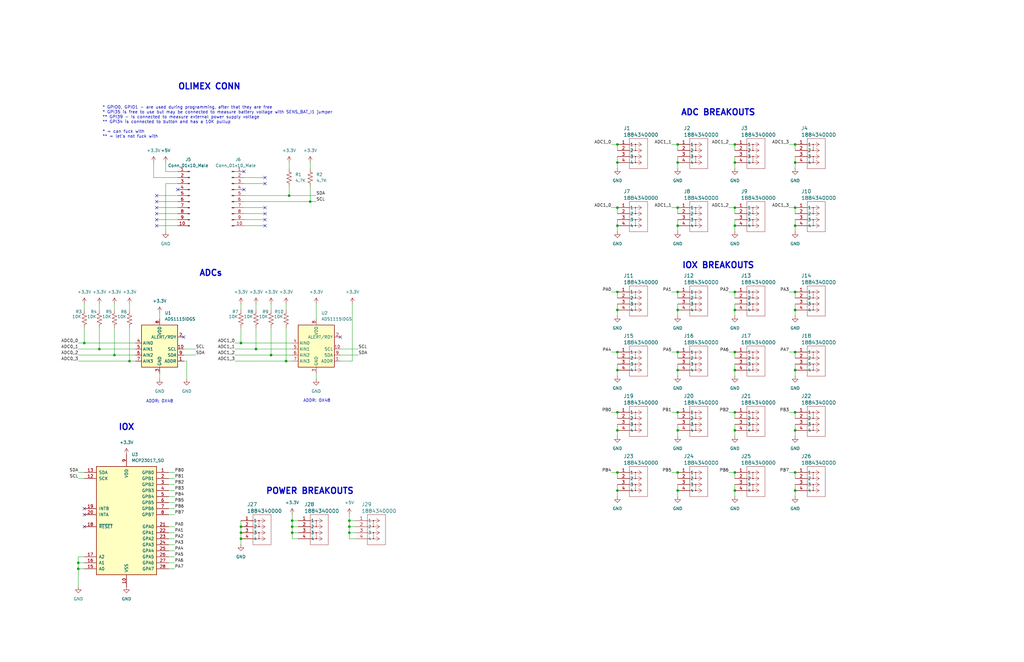
<source format=kicad_sch>
(kicad_sch (version 20250114) (generator "eeschema") (generator_version "9.0")
  (paper "B")
  (title_block (title "Home Security PWA") (date "2026-02-07") (rev "A") (company "Analog Bellwick"))
  (lib_symbols
    (symbol "+3.3V_1" (power) (pin_numbers (hide yes)) (pin_names (offset 0) (hide yes))
      (property "Value" "+3.3V" (at 0 3.556 0))
      (symbol "+3.3V_1_1_1"
        (pin power_in line (at 0 0 90) (length 0) (name "~") (number "1"))
      )
    )
    (symbol "1884340000:1884340000" (pin_names (offset 0.254))
      (property "Reference" "J" (at 8.89 6.35 0))
      (property "Value" "1884340000" (at 0 0 0))
      (symbol "1884340000_0_1"
        (pin unspecified line (at 0 0 0) (length 5.08) (name "1") (number "1"))
        (pin unspecified line (at 0 -2.54 0) (length 5.08) (name "2") (number "2"))
        (pin unspecified line (at 0 -5.08 0) (length 5.08) (name "3") (number "3"))
        (pin unspecified line (at 0 -7.62 0) (length 5.08) (name "4") (number "4"))
      )
    )
    (symbol "Analog_ADC:ADS1115IDGS"
      (property "Reference" "U" (at 2.54 13.97 0))
      (property "Value" "ADS1115IDGS" (at 7.62 11.43 0))
      (symbol "ADS1115IDGS_1_1"
        (pin input line (at -10.16 2.54 0) (length 2.54) (name "AIN0") (number "4"))
        (pin input line (at -10.16 0 0) (length 2.54) (name "AIN1") (number "5"))
        (pin input line (at -10.16 -2.54 0) (length 2.54) (name "AIN2") (number "6"))
        (pin input line (at -10.16 -5.08 0) (length 2.54) (name "AIN3") (number "7"))
        (pin power_in line (at 0 12.7 270) (length 2.54) (name "VDD") (number "8"))
        (pin power_in line (at 0 -10.16 90) (length 2.54) (name "GND") (number "3"))
        (pin output line (at 10.16 5.08 180) (length 2.54) (name "ALERT/RDY") (number "2"))
        (pin input line (at 10.16 0 180) (length 2.54) (name "SCL") (number "10"))
        (pin bidirectional line (at 10.16 -2.54 180) (length 2.54) (name "SDA") (number "9"))
        (pin input line (at 10.16 -5.08 180) (length 2.54) (name "ADDR") (number "1"))
      )
    )
    (symbol "Connector:Conn_01x10_Male" (pin_names (offset 1.016) (hide yes))
      (property "Reference" "J" (at 0 12.7 0))
      (property "Value" "Conn_01x10_Male" (at 0 -15.24 0))
      (symbol "Conn_01x10_Male_1_1"
        (pin passive line (at 5.08 10.16 180) (length 3.81) (name "Pin_1") (number "1"))
        (pin passive line (at 5.08 7.62 180) (length 3.81) (name "Pin_2") (number "2"))
        (pin passive line (at 5.08 5.08 180) (length 3.81) (name "Pin_3") (number "3"))
        (pin passive line (at 5.08 2.54 180) (length 3.81) (name "Pin_4") (number "4"))
        (pin passive line (at 5.08 0 180) (length 3.81) (name "Pin_5") (number "5"))
        (pin passive line (at 5.08 -2.54 180) (length 3.81) (name "Pin_6") (number "6"))
        (pin passive line (at 5.08 -5.08 180) (length 3.81) (name "Pin_7") (number "7"))
        (pin passive line (at 5.08 -7.62 180) (length 3.81) (name "Pin_8") (number "8"))
        (pin passive line (at 5.08 -10.16 180) (length 3.81) (name "Pin_9") (number "9"))
        (pin passive line (at 5.08 -12.7 180) (length 3.81) (name "Pin_10") (number "10"))
      )
    )
    (symbol "Device:R_US" (pin_numbers (hide yes)) (pin_names (offset 0))
      (property "Reference" "R" (at 2.54 0 90))
      (property "Value" "R_US" (at -2.54 0 90))
      (symbol "R_US_1_1"
        (pin passive line (at 0 3.81 270) (length 1.27) (name "~") (number "1"))
        (pin passive line (at 0 -3.81 90) (length 1.27) (name "~") (number "2"))
      )
    )
    (symbol "GND_1" (power) (pin_numbers (hide yes)) (pin_names (offset 0) (hide yes))
      (property "Value" "GND" (at 0 -3.81 0))
      (symbol "GND_1_1_1"
        (pin power_in line (at 0 0 270) (length 0) (name "~") (number "1"))
      )
    )
    (symbol "GND_2" (power) (pin_numbers (hide yes)) (pin_names (offset 0) (hide yes))
      (property "Value" "GND" (at 0 -3.81 0))
      (symbol "GND_2_1_1"
        (pin power_in line (at 0 0 270) (length 0) (name "~") (number "1"))
      )
    )
    (symbol "GND_3" (power) (pin_numbers (hide yes)) (pin_names (offset 0) (hide yes))
      (property "Value" "GND" (at 0 -3.81 0))
      (symbol "GND_3_1_1"
        (pin power_in line (at 0 0 270) (length 0) (name "~") (number "1"))
      )
    )
    (symbol "GND_4" (power) (pin_numbers (hide yes)) (pin_names (offset 0) (hide yes))
      (property "Value" "GND" (at 0 -3.81 0))
      (symbol "GND_4_1_1"
        (pin power_in line (at 0 0 270) (length 0) (name "~") (number "1"))
      )
    )
    (symbol "GND_5" (power) (pin_numbers (hide yes)) (pin_names (offset 0) (hide yes))
      (property "Value" "GND" (at 0 -3.81 0))
      (symbol "GND_5_1_1"
        (pin power_in line (at 0 0 270) (length 0) (name "~") (number "1"))
      )
    )
    (symbol "Interface_Expansion:MCP23017_SO" (pin_names (offset 1.016))
      (property "Reference" "U" (at -11.43 24.13 0))
      (property "Value" "MCP23017_SO" (at 0 0 0))
      (symbol "MCP23017_SO_1_1"
        (pin bidirectional line (at -17.78 20.32 0) (length 5.08) (name "SDA") (number "13"))
        (pin input line (at -17.78 17.78 0) (length 5.08) (name "SCK") (number "12"))
        (pin tri_state line (at -17.78 5.08 0) (length 5.08) (name "INTB") (number "19"))
        (pin tri_state line (at -17.78 2.54 0) (length 5.08) (name "INTA") (number "20"))
        (pin input line (at -17.78 -2.54 0) (length 5.08) (name "~{RESET}") (number "18"))
        (pin input line (at -17.78 -15.24 0) (length 5.08) (name "A2") (number "17"))
        (pin input line (at -17.78 -17.78 0) (length 5.08) (name "A1") (number "16"))
        (pin input line (at -17.78 -20.32 0) (length 5.08) (name "A0") (number "15"))
        (pin no_connect line (at -12.7 15.24 0) (length 5.08) (hide yes) (name "NC") (number "11"))
        (pin no_connect line (at -12.7 12.7 0) (length 5.08) (hide yes) (name "NC") (number "14"))
        (pin power_in line (at 0 27.94 270) (length 5.08) (name "VDD") (number "9"))
        (pin power_in line (at 0 -27.94 90) (length 5.08) (name "VSS") (number "10"))
        (pin bidirectional line (at 17.78 20.32 180) (length 5.08) (name "GPB0") (number "1"))
        (pin bidirectional line (at 17.78 17.78 180) (length 5.08) (name "GPB1") (number "2"))
        (pin bidirectional line (at 17.78 15.24 180) (length 5.08) (name "GPB2") (number "3"))
        (pin bidirectional line (at 17.78 12.7 180) (length 5.08) (name "GPB3") (number "4"))
        (pin bidirectional line (at 17.78 10.16 180) (length 5.08) (name "GPB4") (number "5"))
        (pin bidirectional line (at 17.78 7.62 180) (length 5.08) (name "GPB5") (number "6"))
        (pin bidirectional line (at 17.78 5.08 180) (length 5.08) (name "GPB6") (number "7"))
        (pin output line (at 17.78 2.54 180) (length 5.08) (name "GPB7") (number "8"))
        (pin bidirectional line (at 17.78 -2.54 180) (length 5.08) (name "GPA0") (number "21"))
        (pin bidirectional line (at 17.78 -5.08 180) (length 5.08) (name "GPA1") (number "22"))
        (pin bidirectional line (at 17.78 -7.62 180) (length 5.08) (name "GPA2") (number "23"))
        (pin bidirectional line (at 17.78 -10.16 180) (length 5.08) (name "GPA3") (number "24"))
        (pin bidirectional line (at 17.78 -12.7 180) (length 5.08) (name "GPA4") (number "25"))
        (pin bidirectional line (at 17.78 -15.24 180) (length 5.08) (name "GPA5") (number "26"))
        (pin bidirectional line (at 17.78 -17.78 180) (length 5.08) (name "GPA6") (number "27"))
        (pin output line (at 17.78 -20.32 180) (length 5.08) (name "GPA7") (number "28"))
      )
    )
    (symbol "power:+3.3V" (power) (pin_names (offset 0))
      (property "Value" "+3.3V" (at 0 3.556 0))
      (symbol "+3.3V_1_1"
        (pin power_in line (at 0 0 90) (length 0) (hide yes) (name "+3.3V") (number "1"))
      )
    )
    (symbol "power:+5V" (power) (pin_names (offset 0))
      (property "Value" "+5V" (at 0 3.556 0))
      (symbol "+5V_1_1"
        (pin power_in line (at 0 0 90) (length 0) (hide yes) (name "+5V") (number "1"))
      )
    )
    (symbol "power:GND" (power) (pin_names (offset 0))
      (property "Value" "GND" (at 0 -3.81 0))
      (symbol "GND_1_1"
        (pin power_in line (at 0 0 270) (length 0) (hide yes) (name "GND") (number "1"))
      )
    )
  )
  (text "ADC BREAKOUTS" (at 287.02 49.022 0) (effects (font (size 2.54 2.54) (thickness 0.508) (bold yes)) (justify left bottom)))
  (text "IOX" (at 53.34 180.34 0) (effects (font (size 2.54 2.54) (thickness 0.508) (bold yes))))
  (text "ADDR: 0X48" (at 67.31 169.418 0) (effects (font (size 1.27 1.27))))
  (text "IOX BREAKOUTS" (at 287.528 113.538 0) (effects (font (size 2.54 2.54) (thickness 0.508) (bold yes)) (justify left bottom)))
  (text "OLIMEX CONN" (at 74.93 38.1 0) (effects (font (size 2.54 2.54) (thickness 0.508) (bold yes)) (justify left bottom)))
  (text "POWER BREAKOUTS" (at 112.014 208.788 0) (effects (font (size 2.54 2.54) (thickness 0.508) (bold yes)) (justify left bottom)))
  (text "ADCs" (at 88.9 115.316 0) (effects (font (size 2.54 2.54) (thickness 0.508) (bold yes))))
  (text "ADDR: 0X48" (at 133.604 169.164 0) (effects (font (size 1.27 1.27))))
  (text "* GPIO0, GPIO1 - are used during programming, after that they are free\n* GPI35 is free to use but may be connected to measure battery voltage with SENS_BAT_I1 jumper\n** GPI39 - is connected to measure external power supply voltage\n** GPI34 is connected to button and has a 10K pullup\n\n* = can fuck with\n** = let's not fuck with" (at 43.18 58.42 0) (effects (font (size 1.27 1.27)) (justify left bottom)))
  (junction (at 309.88 156.21))
  (junction (at 285.75 199.39))
  (junction (at 147.32 224.79))
  (junction (at 309.88 199.39))
  (junction (at 285.75 87.63))
  (junction (at 260.35 123.19))
  (junction (at 309.88 130.81))
  (junction (at 147.32 222.25))
  (junction (at 260.35 87.63))
  (junction (at 285.75 68.58))
  (junction (at 121.92 82.55))
  (junction (at 260.35 173.99))
  (junction (at 309.88 123.19))
  (junction (at 309.88 68.58))
  (junction (at 48.26 149.86))
  (junction (at 335.28 173.99))
  (junction (at 335.28 130.81))
  (junction (at 309.88 148.59))
  (junction (at 309.88 60.96))
  (junction (at 114.3 149.86))
  (junction (at 33.02 237.49))
  (junction (at 54.61 152.4))
  (junction (at 285.75 207.01))
  (junction (at 285.75 60.96))
  (junction (at 260.35 199.39))
  (junction (at 260.35 130.81))
  (junction (at 285.75 156.21))
  (junction (at 107.95 147.32))
  (junction (at 285.75 130.81))
  (junction (at 101.6 224.79))
  (junction (at 260.35 60.96))
  (junction (at 260.35 95.25))
  (junction (at 260.35 148.59))
  (junction (at 120.65 152.4))
  (junction (at 309.88 173.99))
  (junction (at 309.88 207.01))
  (junction (at 335.28 87.63))
  (junction (at 147.32 219.71))
  (junction (at 123.19 219.71))
  (junction (at 35.56 144.78))
  (junction (at 41.91 147.32))
  (junction (at 285.75 173.99))
  (junction (at 335.28 181.61))
  (junction (at 123.19 224.79))
  (junction (at 260.35 156.21))
  (junction (at 309.88 95.25))
  (junction (at 335.28 156.21))
  (junction (at 335.28 199.39))
  (junction (at 335.28 95.25))
  (junction (at 309.88 181.61))
  (junction (at 335.28 123.19))
  (junction (at 285.75 181.61))
  (junction (at 335.28 148.59))
  (junction (at 335.28 60.96))
  (junction (at 33.02 240.03))
  (junction (at 101.6 144.78))
  (junction (at 260.35 68.58))
  (junction (at 335.28 207.01))
  (junction (at 285.75 123.19))
  (junction (at 335.28 68.58))
  (junction (at 260.35 207.01))
  (junction (at 101.6 222.25))
  (junction (at 285.75 95.25))
  (junction (at 309.88 87.63))
  (junction (at 285.75 148.59))
  (junction (at 130.81 85.09))
  (junction (at 101.6 227.33))
  (junction (at 260.35 181.61))
  (junction (at 123.19 222.25))
  (no_connect (at 111.76 90.17))
  (no_connect (at 74.93 80.01))
  (no_connect (at 66.04 85.09))
  (no_connect (at 111.76 74.93))
  (no_connect (at 35.56 222.25))
  (no_connect (at 111.76 92.71))
  (no_connect (at 143.51 142.24))
  (no_connect (at 66.04 87.63))
  (no_connect (at 111.76 77.47))
  (no_connect (at 77.47 142.24))
  (no_connect (at 35.56 214.63))
  (no_connect (at 102.87 72.39))
  (no_connect (at 66.04 92.71))
  (no_connect (at 102.87 80.01))
  (no_connect (at 66.04 82.55))
  (no_connect (at 66.04 90.17))
  (no_connect (at 111.76 95.25))
  (no_connect (at 111.76 87.63))
  (no_connect (at 35.56 217.17))
  (no_connect (at 66.04 95.25))
  (wire (pts (xy 77.47 147.32) (xy 82.55 147.32)))
  (wire (pts (xy 260.35 173.99) (xy 260.35 176.53)))
  (wire (pts (xy 35.56 234.95) (xy 33.02 234.95)))
  (wire (pts (xy 33.02 240.03) (xy 33.02 247.65)))
  (wire (pts (xy 41.91 128.27) (xy 41.91 130.81)))
  (wire (pts (xy 283.21 173.99) (xy 285.75 173.99)))
  (wire (pts (xy 120.65 128.27) (xy 120.65 130.81)))
  (wire (pts (xy 71.12 209.55) (xy 73.66 209.55)))
  (wire (pts (xy 309.88 130.81) (xy 309.88 133.35)))
  (wire (pts (xy 285.75 207.01) (xy 285.75 209.55)))
  (wire (pts (xy 335.28 60.96) (xy 335.28 63.5)))
  (wire (pts (xy 309.88 181.61) (xy 309.88 184.15)))
  (wire (pts (xy 133.35 128.27) (xy 133.35 134.62)))
  (wire (pts (xy 67.31 132.08) (xy 67.31 134.62)))
  (wire (pts (xy 149.86 219.71) (xy 147.32 219.71)))
  (wire (pts (xy 309.88 60.96) (xy 309.88 63.5)))
  (wire (pts (xy 283.21 60.96) (xy 285.75 60.96)))
  (wire (pts (xy 101.6 224.79) (xy 101.6 227.33)))
  (wire (pts (xy 257.81 148.59) (xy 260.35 148.59)))
  (wire (pts (xy 257.81 123.19) (xy 260.35 123.19)))
  (wire (pts (xy 147.32 224.79) (xy 149.86 224.79)))
  (wire (pts (xy 71.12 229.87) (xy 73.66 229.87)))
  (wire (pts (xy 283.21 148.59) (xy 285.75 148.59)))
  (wire (pts (xy 107.95 147.32) (xy 123.19 147.32)))
  (wire (pts (xy 121.92 78.74) (xy 121.92 82.55)))
  (wire (pts (xy 71.12 207.01) (xy 73.66 207.01)))
  (wire (pts (xy 260.35 95.25) (xy 260.35 97.79)))
  (wire (pts (xy 77.47 149.86) (xy 82.55 149.86)))
  (wire (pts (xy 335.28 128.27) (xy 335.28 130.81)))
  (wire (pts (xy 285.75 173.99) (xy 285.75 176.53)))
  (wire (pts (xy 147.32 227.33) (xy 147.32 224.79)))
  (wire (pts (xy 71.12 224.79) (xy 73.66 224.79)))
  (wire (pts (xy 123.19 224.79) (xy 125.73 224.79)))
  (wire (pts (xy 130.81 68.58) (xy 130.81 71.12)))
  (wire (pts (xy 285.75 153.67) (xy 285.75 156.21)))
  (wire (pts (xy 33.02 201.93) (xy 35.56 201.93)))
  (wire (pts (xy 309.88 66.04) (xy 309.88 68.58)))
  (wire (pts (xy 335.28 92.71) (xy 335.28 95.25)))
  (wire (pts (xy 260.35 60.96) (xy 260.35 63.5)))
  (wire (pts (xy 335.28 207.01) (xy 335.28 209.55)))
  (wire (pts (xy 283.21 87.63) (xy 285.75 87.63)))
  (wire (pts (xy 41.91 138.43) (xy 41.91 147.32)))
  (wire (pts (xy 285.75 95.25) (xy 285.75 97.79)))
  (wire (pts (xy 260.35 92.71) (xy 260.35 95.25)))
  (wire (pts (xy 285.75 87.63) (xy 285.75 90.17)))
  (wire (pts (xy 285.75 179.07) (xy 285.75 181.61)))
  (wire (pts (xy 335.28 148.59) (xy 335.28 151.13)))
  (wire (pts (xy 69.85 72.39) (xy 69.85 68.58)))
  (wire (pts (xy 101.6 144.78) (xy 123.19 144.78)))
  (wire (pts (xy 74.93 87.63) (xy 66.04 87.63)))
  (wire (pts (xy 260.35 130.81) (xy 260.35 133.35)))
  (wire (pts (xy 67.31 157.48) (xy 67.31 160.02)))
  (wire (pts (xy 309.88 87.63) (xy 309.88 90.17)))
  (wire (pts (xy 101.6 128.27) (xy 101.6 130.81)))
  (wire (pts (xy 257.81 173.99) (xy 260.35 173.99)))
  (wire (pts (xy 147.32 222.25) (xy 149.86 222.25)))
  (wire (pts (xy 332.74 148.59) (xy 335.28 148.59)))
  (wire (pts (xy 309.88 207.01) (xy 309.88 209.55)))
  (wire (pts (xy 309.88 92.71) (xy 309.88 95.25)))
  (wire (pts (xy 74.93 77.47) (xy 69.85 77.47)))
  (wire (pts (xy 33.02 149.86) (xy 48.26 149.86)))
  (wire (pts (xy 309.88 95.25) (xy 309.88 97.79)))
  (wire (pts (xy 260.35 153.67) (xy 260.35 156.21)))
  (wire (pts (xy 260.35 66.04) (xy 260.35 68.58)))
  (wire (pts (xy 335.28 68.58) (xy 335.28 71.12)))
  (wire (pts (xy 260.35 156.21) (xy 260.35 158.75)))
  (wire (pts (xy 33.02 234.95) (xy 33.02 237.49)))
  (wire (pts (xy 260.35 204.47) (xy 260.35 207.01)))
  (wire (pts (xy 285.75 199.39) (xy 285.75 201.93)))
  (wire (pts (xy 111.76 87.63) (xy 102.87 87.63)))
  (wire (pts (xy 123.19 224.79) (xy 123.19 222.25)))
  (wire (pts (xy 74.93 92.71) (xy 66.04 92.71)))
  (wire (pts (xy 283.21 199.39) (xy 285.75 199.39)))
  (wire (pts (xy 283.21 123.19) (xy 285.75 123.19)))
  (wire (pts (xy 71.12 212.09) (xy 73.66 212.09)))
  (wire (pts (xy 309.88 156.21) (xy 309.88 158.75)))
  (wire (pts (xy 114.3 128.27) (xy 114.3 130.81)))
  (wire (pts (xy 71.12 217.17) (xy 73.66 217.17)))
  (wire (pts (xy 111.76 74.93) (xy 102.87 74.93)))
  (wire (pts (xy 332.74 60.96) (xy 335.28 60.96)))
  (wire (pts (xy 123.19 222.25) (xy 125.73 222.25)))
  (wire (pts (xy 307.34 148.59) (xy 309.88 148.59)))
  (wire (pts (xy 99.06 152.4) (xy 120.65 152.4)))
  (wire (pts (xy 35.56 138.43) (xy 35.56 144.78)))
  (wire (pts (xy 335.28 95.25) (xy 335.28 97.79)))
  (wire (pts (xy 309.88 68.58) (xy 309.88 71.12)))
  (wire (pts (xy 335.28 173.99) (xy 335.28 176.53)))
  (wire (pts (xy 74.93 82.55) (xy 66.04 82.55)))
  (wire (pts (xy 285.75 60.96) (xy 285.75 63.5)))
  (wire (pts (xy 285.75 92.71) (xy 285.75 95.25)))
  (wire (pts (xy 77.47 152.4) (xy 78.74 152.4)))
  (wire (pts (xy 33.02 147.32) (xy 41.91 147.32)))
  (wire (pts (xy 101.6 222.25) (xy 101.6 224.79)))
  (wire (pts (xy 309.88 153.67) (xy 309.88 156.21)))
  (wire (pts (xy 257.81 199.39) (xy 260.35 199.39)))
  (wire (pts (xy 335.28 204.47) (xy 335.28 207.01)))
  (wire (pts (xy 130.81 78.74) (xy 130.81 85.09)))
  (wire (pts (xy 33.02 240.03) (xy 35.56 240.03)))
  (wire (pts (xy 33.02 144.78) (xy 35.56 144.78)))
  (wire (pts (xy 335.28 130.81) (xy 335.28 133.35)))
  (wire (pts (xy 285.75 204.47) (xy 285.75 207.01)))
  (wire (pts (xy 123.19 222.25) (xy 123.19 219.71)))
  (wire (pts (xy 260.35 181.61) (xy 260.35 184.15)))
  (wire (pts (xy 54.61 138.43) (xy 54.61 152.4)))
  (wire (pts (xy 309.88 173.99) (xy 309.88 176.53)))
  (wire (pts (xy 285.75 148.59) (xy 285.75 151.13)))
  (wire (pts (xy 285.75 123.19) (xy 285.75 125.73)))
  (wire (pts (xy 147.32 224.79) (xy 147.32 222.25)))
  (wire (pts (xy 102.87 85.09) (xy 130.81 85.09)))
  (wire (pts (xy 101.6 227.33) (xy 101.6 229.87)))
  (wire (pts (xy 335.28 179.07) (xy 335.28 181.61)))
  (wire (pts (xy 332.74 87.63) (xy 335.28 87.63)))
  (wire (pts (xy 99.06 144.78) (xy 101.6 144.78)))
  (wire (pts (xy 285.75 130.81) (xy 285.75 133.35)))
  (wire (pts (xy 307.34 123.19) (xy 309.88 123.19)))
  (wire (pts (xy 260.35 68.58) (xy 260.35 71.12)))
  (wire (pts (xy 148.59 128.27) (xy 148.59 152.4)))
  (wire (pts (xy 123.19 219.71) (xy 123.19 217.17)))
  (wire (pts (xy 71.12 234.95) (xy 73.66 234.95)))
  (wire (pts (xy 285.75 156.21) (xy 285.75 158.75)))
  (wire (pts (xy 130.81 85.09) (xy 133.35 85.09)))
  (wire (pts (xy 120.65 138.43) (xy 120.65 152.4)))
  (wire (pts (xy 309.88 128.27) (xy 309.88 130.81)))
  (wire (pts (xy 71.12 199.39) (xy 73.66 199.39)))
  (wire (pts (xy 257.81 60.96) (xy 260.35 60.96)))
  (wire (pts (xy 71.12 204.47) (xy 73.66 204.47)))
  (wire (pts (xy 307.34 199.39) (xy 309.88 199.39)))
  (wire (pts (xy 102.87 82.55) (xy 121.92 82.55)))
  (wire (pts (xy 41.91 147.32) (xy 57.15 147.32)))
  (wire (pts (xy 285.75 181.61) (xy 285.75 184.15)))
  (wire (pts (xy 260.35 128.27) (xy 260.35 130.81)))
  (wire (pts (xy 335.28 123.19) (xy 335.28 125.73)))
  (wire (pts (xy 285.75 66.04) (xy 285.75 68.58)))
  (wire (pts (xy 35.56 144.78) (xy 57.15 144.78)))
  (wire (pts (xy 64.77 74.93) (xy 64.77 68.58)))
  (wire (pts (xy 74.93 85.09) (xy 66.04 85.09)))
  (wire (pts (xy 147.32 222.25) (xy 147.32 219.71)))
  (wire (pts (xy 285.75 128.27) (xy 285.75 130.81)))
  (wire (pts (xy 114.3 149.86) (xy 123.19 149.86)))
  (wire (pts (xy 260.35 87.63) (xy 260.35 90.17)))
  (wire (pts (xy 307.34 87.63) (xy 309.88 87.63)))
  (wire (pts (xy 71.12 232.41) (xy 73.66 232.41)))
  (wire (pts (xy 309.88 199.39) (xy 309.88 201.93)))
  (wire (pts (xy 74.93 90.17) (xy 66.04 90.17)))
  (wire (pts (xy 74.93 72.39) (xy 69.85 72.39)))
  (wire (pts (xy 54.61 128.27) (xy 54.61 130.81)))
  (wire (pts (xy 74.93 74.93) (xy 64.77 74.93)))
  (wire (pts (xy 335.28 181.61) (xy 335.28 184.15)))
  (wire (pts (xy 111.76 92.71) (xy 102.87 92.71)))
  (wire (pts (xy 125.73 227.33) (xy 123.19 227.33)))
  (wire (pts (xy 69.85 77.47) (xy 69.85 97.79)))
  (wire (pts (xy 71.12 222.25) (xy 73.66 222.25)))
  (wire (pts (xy 335.28 153.67) (xy 335.28 156.21)))
  (wire (pts (xy 107.95 128.27) (xy 107.95 130.81)))
  (wire (pts (xy 35.56 128.27) (xy 35.56 130.81)))
  (wire (pts (xy 71.12 240.03) (xy 73.66 240.03)))
  (wire (pts (xy 99.06 147.32) (xy 107.95 147.32)))
  (wire (pts (xy 143.51 149.86) (xy 151.13 149.86)))
  (wire (pts (xy 335.28 87.63) (xy 335.28 90.17)))
  (wire (pts (xy 48.26 149.86) (xy 57.15 149.86)))
  (wire (pts (xy 71.12 227.33) (xy 73.66 227.33)))
  (wire (pts (xy 71.12 237.49) (xy 73.66 237.49)))
  (wire (pts (xy 335.28 156.21) (xy 335.28 158.75)))
  (wire (pts (xy 33.02 237.49) (xy 33.02 240.03)))
  (wire (pts (xy 101.6 222.25) (xy 101.6 219.71)))
  (wire (pts (xy 78.74 152.4) (xy 78.74 160.02)))
  (wire (pts (xy 123.19 219.71) (xy 125.73 219.71)))
  (wire (pts (xy 147.32 219.71) (xy 147.32 217.17)))
  (wire (pts (xy 260.35 207.01) (xy 260.35 209.55)))
  (wire (pts (xy 99.06 149.86) (xy 114.3 149.86)))
  (wire (pts (xy 332.74 199.39) (xy 335.28 199.39)))
  (wire (pts (xy 111.76 77.47) (xy 102.87 77.47)))
  (wire (pts (xy 120.65 152.4) (xy 123.19 152.4)))
  (wire (pts (xy 285.75 68.58) (xy 285.75 71.12)))
  (wire (pts (xy 111.76 90.17) (xy 102.87 90.17)))
  (wire (pts (xy 307.34 173.99) (xy 309.88 173.99)))
  (wire (pts (xy 149.86 227.33) (xy 147.32 227.33)))
  (wire (pts (xy 143.51 152.4) (xy 148.59 152.4)))
  (wire (pts (xy 307.34 60.96) (xy 309.88 60.96)))
  (wire (pts (xy 335.28 199.39) (xy 335.28 201.93)))
  (wire (pts (xy 335.28 66.04) (xy 335.28 68.58)))
  (wire (pts (xy 111.76 95.25) (xy 102.87 95.25)))
  (wire (pts (xy 101.6 138.43) (xy 101.6 144.78)))
  (wire (pts (xy 74.93 95.25) (xy 66.04 95.25)))
  (wire (pts (xy 48.26 138.43) (xy 48.26 149.86)))
  (wire (pts (xy 123.19 227.33) (xy 123.19 224.79)))
  (wire (pts (xy 260.35 123.19) (xy 260.35 125.73)))
  (wire (pts (xy 309.88 123.19) (xy 309.88 125.73)))
  (wire (pts (xy 33.02 152.4) (xy 54.61 152.4)))
  (wire (pts (xy 54.61 152.4) (xy 57.15 152.4)))
  (wire (pts (xy 257.81 87.63) (xy 260.35 87.63)))
  (wire (pts (xy 260.35 199.39) (xy 260.35 201.93)))
  (wire (pts (xy 309.88 148.59) (xy 309.88 151.13)))
  (wire (pts (xy 121.92 82.55) (xy 133.35 82.55)))
  (wire (pts (xy 107.95 138.43) (xy 107.95 147.32)))
  (wire (pts (xy 71.12 214.63) (xy 73.66 214.63)))
  (wire (pts (xy 332.74 173.99) (xy 335.28 173.99)))
  (wire (pts (xy 33.02 237.49) (xy 35.56 237.49)))
  (wire (pts (xy 114.3 138.43) (xy 114.3 149.86)))
  (wire (pts (xy 133.35 157.48) (xy 133.35 160.02)))
  (wire (pts (xy 260.35 148.59) (xy 260.35 151.13)))
  (wire (pts (xy 309.88 179.07) (xy 309.88 181.61)))
  (wire (pts (xy 121.92 68.58) (xy 121.92 71.12)))
  (wire (pts (xy 71.12 201.93) (xy 73.66 201.93)))
  (wire (pts (xy 33.02 199.39) (xy 35.56 199.39)))
  (wire (pts (xy 260.35 179.07) (xy 260.35 181.61)))
  (wire (pts (xy 143.51 147.32) (xy 151.13 147.32)))
  (wire (pts (xy 48.26 128.27) (xy 48.26 130.81)))
  (wire (pts (xy 309.88 204.47) (xy 309.88 207.01)))
  (wire (pts (xy 332.74 123.19) (xy 335.28 123.19)))
  (label "ADC1_0" (at 257.81 60.96 180))
  (label "PA2" (at 307.34 123.19 180) (effects (font (thickness 0.1588))))
  (label "PA3" (at 73.66 229.87 0) (effects (font (thickness 0.1588))))
  (label "ADC1_3" (at 332.74 87.63 180))
  (label "ADC1_0" (at 99.06 144.78 180))
  (label "PA0" (at 73.66 222.25 0) (effects (font (thickness 0.1588))))
  (label "ADC1_3" (at 99.06 152.4 180))
  (label "ADC1_1" (at 283.21 87.63 180))
  (label "PB2" (at 307.34 173.99 180) (effects (font (thickness 0.1588))))
  (label "PA0" (at 257.81 123.19 180) (effects (font (thickness 0.1588))))
  (label "ADC0_0" (at 33.02 144.78 180))
  (label "ADC1_2" (at 307.34 60.96 180))
  (label "PB0" (at 257.81 173.99 180) (effects (font (thickness 0.1588))))
  (label "PA1" (at 283.21 123.19 180) (effects (font (thickness 0.1588))))
  (label "SCL" (at 133.35 85.09 0))
  (label "PB3" (at 73.66 207.01 0) (effects (font (thickness 0.1588))))
  (label "ADC0_2" (at 33.02 149.86 180))
  (label "ADC1_2" (at 307.34 87.63 180))
  (label "ADC1_1" (at 99.06 147.32 180))
  (label "PA1" (at 73.66 224.79 0) (effects (font (thickness 0.1588))))
  (label "ADC1_2" (at 99.06 149.86 180))
  (label "PB6" (at 307.34 199.39 180) (effects (font (thickness 0.1588))))
  (label "ADC0_3" (at 33.02 152.4 180))
  (label "PA5" (at 283.21 148.59 180) (effects (font (thickness 0.1588))))
  (label "ADC1_1" (at 283.21 60.96 180))
  (label "PA7" (at 73.66 240.03 0) (effects (font (thickness 0.1588))))
  (label "PA4" (at 257.81 148.59 180) (effects (font (thickness 0.1588))))
  (label "PB3" (at 332.74 173.99 180) (effects (font (thickness 0.1588))))
  (label "PA3" (at 332.74 123.19 180) (effects (font (thickness 0.1588))))
  (label "PB4" (at 257.81 199.39 180) (effects (font (thickness 0.1588))))
  (label "PA6" (at 307.34 148.59 180) (effects (font (thickness 0.1588))))
  (label "PA5" (at 73.66 234.95 0) (effects (font (thickness 0.1588))))
  (label "PA2" (at 73.66 227.33 0) (effects (font (thickness 0.1588))))
  (label "PB1" (at 283.21 173.99 180) (effects (font (thickness 0.1588))))
  (label "PB2" (at 73.66 204.47 0) (effects (font (thickness 0.1588))))
  (label "PA6" (at 73.66 237.49 0) (effects (font (thickness 0.1588))))
  (label "PA7" (at 332.74 148.59 180) (effects (font (thickness 0.1588))))
  (label "PB5" (at 73.66 212.09 0) (effects (font (thickness 0.1588))))
  (label "PA4" (at 73.66 232.41 0) (effects (font (thickness 0.1588))))
  (label "PB5" (at 283.21 199.39 180) (effects (font (thickness 0.1588))))
  (label "SCL" (at 33.02 201.93 180))
  (label "PB4" (at 73.66 209.55 0) (effects (font (thickness 0.1588))))
  (label "PB7" (at 332.74 199.39 180) (effects (font (thickness 0.1588))))
  (label "SDA" (at 82.55 149.86 0))
  (label "SCL" (at 82.55 147.32 0))
  (label "ADC1_0" (at 257.81 87.63 180))
  (label "PB1" (at 73.66 201.93 0) (effects (font (thickness 0.1588))))
  (label "ADC1_3" (at 332.74 60.96 180))
  (label "PB0" (at 73.66 199.39 0) (effects (font (thickness 0.1588))))
  (label "SDA" (at 33.02 199.39 180))
  (label "PB6" (at 73.66 214.63 0) (effects (font (thickness 0.1588))))
  (label "PB7" (at 73.66 217.17 0) (effects (font (thickness 0.1588))))
  (label "ADC0_1" (at 33.02 147.32 180))
  (label "SCL" (at 151.13 147.32 0))
  (label "SDA" (at 133.35 82.55 0))
  (label "SDA" (at 151.13 149.86 0))
  (symbol (lib_id "Device:R_US") (at 41.91 134.62 0) (mirror y) (unit 1)
    (property "Reference" "R4" (at 40.894 131.572 0) (effects (justify left)))
    (property "Value" "10K" (at 40.64 133.604 0) (effects (justify left)))
    (property "Footprint" "Resistor_SMD:R_0805_2012Metric_Pad1.20x1.40mm_HandSolder" (effects (hide yes)))
    (property "Description" "Resistor, US symbol" (effects (hide yes)))
  )
  (symbol (lib_name "GND_1") (lib_id "power:GND") (at 260.35 184.15 0) (unit 1)
    (property "Reference" "#PWR036" (effects (hide yes)))
    (property "Value" "GND" (at 260.35 189.23 0))
    (property "Description" "Power symbol creates a global label with name \"GND\" , ground" (effects (hide yes)))
  )
  (symbol (lib_id "1884340000:1884340000") (at 335.28 123.19 0) (unit 1)
    (property "Reference" "J14" (at 337.82 116.332 0) (effects (font (size 1.524 1.524)) (justify left)))
    (property "Value" "1884340000" (at 337.82 119.126 0) (effects (font (size 1.524 1.524)) (justify left)))
    (property "Footprint" "foorprint:1884340000" (effects (hide yes)))
    (property "Datasheet" "1884340000" (effects (hide yes)))
  )
  (symbol (lib_id "1884340000:1884340000") (at 335.28 148.59 0) (unit 1)
    (property "Reference" "J18" (at 337.82 141.732 0) (effects (font (size 1.524 1.524)) (justify left)))
    (property "Value" "1884340000" (at 337.82 144.526 0) (effects (font (size 1.524 1.524)) (justify left)))
    (property "Footprint" "foorprint:1884340000" (effects (hide yes)))
    (property "Datasheet" "1884340000" (effects (hide yes)))
  )
  (symbol (lib_id "1884340000:1884340000") (at 309.88 87.63 0) (unit 1)
    (property "Reference" "J9" (at 312.42 80.772 0) (effects (font (size 1.524 1.524)) (justify left)))
    (property "Value" "1884340000" (at 312.42 83.566 0) (effects (font (size 1.524 1.524)) (justify left)))
    (property "Footprint" "foorprint:1884340000" (effects (hide yes)))
    (property "Datasheet" "1884340000" (effects (hide yes)))
  )
  (symbol (lib_id "Connector:Conn_01x10_Male") (at 97.79 82.55 0) (unit 1)
    (property "Reference" "J6" (at 101.6 67.31 0) (effects (justify right)))
    (property "Value" "Conn_01x10_Male" (at 107.95 69.85 0) (effects (justify right)))
    (property "Footprint" "foorprint:PPTC101LFBN-RC" (effects (hide yes)))
  )
  (symbol (lib_id "power:+3.3V") (at 67.31 132.08 0) (mirror y) (unit 1)
    (property "Reference" "#PWR024" (effects (hide yes)))
    (property "Value" "+3.3V" (at 67.31 127 0))
  )
  (symbol (lib_name "GND_1") (lib_id "power:GND") (at 285.75 184.15 0) (unit 1)
    (property "Reference" "#PWR037" (effects (hide yes)))
    (property "Value" "GND" (at 285.75 189.23 0))
    (property "Description" "Power symbol creates a global label with name \"GND\" , ground" (effects (hide yes)))
  )
  (symbol (lib_name "GND_1") (lib_id "power:GND") (at 309.88 209.55 0) (unit 1)
    (property "Reference" "#PWR043" (effects (hide yes)))
    (property "Value" "GND" (at 309.88 214.63 0))
    (property "Description" "Power symbol creates a global label with name \"GND\" , ground" (effects (hide yes)))
  )
  (symbol (lib_name "GND_1") (lib_id "power:GND") (at 309.88 71.12 0) (unit 1)
    (property "Reference" "#PWR07" (effects (hide yes)))
    (property "Value" "GND" (at 309.88 76.2 0))
    (property "Description" "Power symbol creates a global label with name \"GND\" , ground" (effects (hide yes)))
  )
  (symbol (lib_name "GND_3") (lib_id "power:GND") (at 133.35 160.02 0) (unit 1)
    (property "Reference" "#PWR035" (effects (hide yes)))
    (property "Value" "GND" (at 133.35 165.1 0))
    (property "Description" "Power symbol creates a global label with name \"GND\" , ground" (effects (hide yes)))
  )
  (symbol (lib_id "power:+3.3V") (at 53.34 191.77 0) (mirror y) (unit 1)
    (property "Reference" "#PWR040" (effects (hide yes)))
    (property "Value" "+3.3V" (at 53.34 186.69 0))
  )
  (symbol (lib_id "Device:R_US") (at 48.26 134.62 0) (mirror y) (unit 1)
    (property "Reference" "R5" (at 47.244 131.572 0) (effects (justify left)))
    (property "Value" "10K" (at 46.99 133.604 0) (effects (justify left)))
    (property "Footprint" "Resistor_SMD:R_0805_2012Metric_Pad1.20x1.40mm_HandSolder" (effects (hide yes)))
    (property "Description" "Resistor, US symbol" (effects (hide yes)))
  )
  (symbol (lib_id "power:+3.3V") (at 121.92 68.58 0) (mirror y) (unit 1)
    (property "Reference" "#PWR03" (effects (hide yes)))
    (property "Value" "+3.3V" (at 121.92 63.5 0))
  )
  (symbol (lib_id "power:+3.3V") (at 54.61 128.27 0) (mirror y) (unit 1)
    (property "Reference" "#PWR017" (effects (hide yes)))
    (property "Value" "+3.3V" (at 54.61 123.19 0))
  )
  (symbol (lib_id "power:+3.3V") (at 35.56 128.27 0) (mirror y) (unit 1)
    (property "Reference" "#PWR014" (effects (hide yes)))
    (property "Value" "+3.3V" (at 35.56 123.19 0))
  )
  (symbol (lib_name "GND_1") (lib_id "power:GND") (at 309.88 158.75 0) (unit 1)
    (property "Reference" "#PWR031" (effects (hide yes)))
    (property "Value" "GND" (at 309.88 163.83 0))
    (property "Description" "Power symbol creates a global label with name \"GND\" , ground" (effects (hide yes)))
  )
  (symbol (lib_id "1884340000:1884340000") (at 285.75 148.59 0) (unit 1)
    (property "Reference" "J16" (at 288.29 141.732 0) (effects (font (size 1.524 1.524)) (justify left)))
    (property "Value" "1884340000" (at 288.29 144.526 0) (effects (font (size 1.524 1.524)) (justify left)))
    (property "Footprint" "foorprint:1884340000" (effects (hide yes)))
    (property "Datasheet" "1884340000" (effects (hide yes)))
  )
  (symbol (lib_id "Interface_Expansion:MCP23017_SO") (at 53.34 219.71 0) (unit 1)
    (property "Reference" "U3" (at 55.4833 191.77 0) (effects (justify left)))
    (property "Value" "MCP23017_SO" (at 55.4833 194.31 0) (effects (justify left)))
    (property "Footprint" "Package_SO:SOIC-28W_7.5x17.9mm_P1.27mm" (effects (hide yes)))
    (property "Datasheet" "https://ww1.microchip.com/downloads/aemDocuments/documents/APID/ProductDocuments/DataSheets/MCP23017-Data-Sheet-DS20001952.pdf" (effects (hide yes)))
    (property "Description" "16-bit I/O expander, I2C, interrupts, w pull-ups, GPA/B7 output only (https://microchip.my.site.com/s/article/GPA7---GPB7-Cannot-Be-Used-as-Inputs-In-MCP23017),  SOIC-28" (effects (hide yes)))
  )
  (symbol (lib_name "GND_1") (lib_id "power:GND") (at 335.28 184.15 0) (unit 1)
    (property "Reference" "#PWR039" (effects (hide yes)))
    (property "Value" "GND" (at 335.28 189.23 0))
    (property "Description" "Power symbol creates a global label with name \"GND\" , ground" (effects (hide yes)))
  )
  (symbol (lib_id "Device:R_US") (at 114.3 134.62 0) (mirror y) (unit 1)
    (property "Reference" "R9" (at 113.284 131.572 0) (effects (justify left)))
    (property "Value" "10K" (at 113.03 133.604 0) (effects (justify left)))
    (property "Footprint" "Resistor_SMD:R_0805_2012Metric_Pad1.20x1.40mm_HandSolder" (effects (hide yes)))
    (property "Description" "Resistor, US symbol" (effects (hide yes)))
  )
  (symbol (lib_id "power:+3.3V") (at 130.81 68.58 0) (mirror y) (unit 1)
    (property "Reference" "#PWR04" (effects (hide yes)))
    (property "Value" "+3.3V" (at 130.81 63.5 0))
  )
  (symbol (lib_name "GND_1") (lib_id "power:GND") (at 335.28 71.12 0) (unit 1)
    (property "Reference" "#PWR08" (effects (hide yes)))
    (property "Value" "GND" (at 335.28 76.2 0))
    (property "Description" "Power symbol creates a global label with name \"GND\" , ground" (effects (hide yes)))
  )
  (symbol (lib_name "GND_4") (lib_id "power:GND") (at 78.74 160.02 0) (unit 1)
    (property "Reference" "#PWR034" (effects (hide yes)))
    (property "Value" "GND" (at 78.74 165.1 0))
    (property "Description" "Power symbol creates a global label with name \"GND\" , ground" (effects (hide yes)))
  )
  (symbol (lib_id "power:+3.3V") (at 133.35 128.27 0) (mirror y) (unit 1)
    (property "Reference" "#PWR022" (effects (hide yes)))
    (property "Value" "+3.3V" (at 133.35 123.19 0))
  )
  (symbol (lib_id "1884340000:1884340000") (at 309.88 173.99 0) (unit 1)
    (property "Reference" "J21" (at 312.42 167.132 0) (effects (font (size 1.524 1.524)) (justify left)))
    (property "Value" "1884340000" (at 312.42 169.926 0) (effects (font (size 1.524 1.524)) (justify left)))
    (property "Footprint" "foorprint:1884340000" (effects (hide yes)))
    (property "Datasheet" "1884340000" (effects (hide yes)))
  )
  (symbol (lib_name "GND_1") (lib_id "power:GND") (at 335.28 97.79 0) (unit 1)
    (property "Reference" "#PWR013" (effects (hide yes)))
    (property "Value" "GND" (at 335.28 102.87 0))
    (property "Description" "Power symbol creates a global label with name \"GND\" , ground" (effects (hide yes)))
  )
  (symbol (lib_id "1884340000:1884340000") (at 285.75 173.99 0) (unit 1)
    (property "Reference" "J20" (at 288.29 167.132 0) (effects (font (size 1.524 1.524)) (justify left)))
    (property "Value" "1884340000" (at 288.29 169.926 0) (effects (font (size 1.524 1.524)) (justify left)))
    (property "Footprint" "foorprint:1884340000" (effects (hide yes)))
    (property "Datasheet" "1884340000" (effects (hide yes)))
  )
  (symbol (lib_id "1884340000:1884340000") (at 285.75 199.39 0) (unit 1)
    (property "Reference" "J24" (at 288.29 192.532 0) (effects (font (size 1.524 1.524)) (justify left)))
    (property "Value" "1884340000" (at 288.29 195.326 0) (effects (font (size 1.524 1.524)) (justify left)))
    (property "Footprint" "foorprint:1884340000" (effects (hide yes)))
    (property "Datasheet" "1884340000" (effects (hide yes)))
  )
  (symbol (lib_name "GND_1") (lib_id "power:GND") (at 335.28 133.35 0) (unit 1)
    (property "Reference" "#PWR028" (effects (hide yes)))
    (property "Value" "GND" (at 335.28 138.43 0))
    (property "Description" "Power symbol creates a global label with name \"GND\" , ground" (effects (hide yes)))
  )
  (symbol (lib_id "Device:R_US") (at 121.92 74.93 0) (unit 1)
    (property "Reference" "R1" (at 124.46 73.6599 0) (effects (justify left)))
    (property "Value" "4.7K" (at 124.46 76.1999 0) (effects (justify left)))
    (property "Footprint" "Resistor_SMD:R_0805_2012Metric_Pad1.20x1.40mm_HandSolder" (effects (hide yes)))
    (property "Description" "Resistor, US symbol" (effects (hide yes)))
  )
  (symbol (lib_id "1884340000:1884340000") (at 260.35 60.96 0) (unit 1)
    (property "Reference" "J1" (at 262.89 54.102 0) (effects (font (size 1.524 1.524)) (justify left)))
    (property "Value" "1884340000" (at 262.89 56.896 0) (effects (font (size 1.524 1.524)) (justify left)))
    (property "Footprint" "foorprint:1884340000" (effects (hide yes)))
    (property "Datasheet" "1884340000" (effects (hide yes)))
  )
  (symbol (lib_id "1884340000:1884340000") (at 125.73 219.71 0) (unit 1)
    (property "Reference" "J28" (at 128.27 212.852 0) (effects (font (size 1.524 1.524)) (justify left)))
    (property "Value" "1884340000" (at 128.27 215.646 0) (effects (font (size 1.524 1.524)) (justify left)))
    (property "Footprint" "foorprint:1884340000" (effects (hide yes)))
    (property "Datasheet" "1884340000" (effects (hide yes)))
  )
  (symbol (lib_name "GND_1") (lib_id "power:GND") (at 309.88 133.35 0) (unit 1)
    (property "Reference" "#PWR027" (effects (hide yes)))
    (property "Value" "GND" (at 309.88 138.43 0))
    (property "Description" "Power symbol creates a global label with name \"GND\" , ground" (effects (hide yes)))
  )
  (symbol (lib_id "1884340000:1884340000") (at 260.35 87.63 0) (unit 1)
    (property "Reference" "J7" (at 262.89 80.772 0) (effects (font (size 1.524 1.524)) (justify left)))
    (property "Value" "1884340000" (at 262.89 83.566 0) (effects (font (size 1.524 1.524)) (justify left)))
    (property "Footprint" "foorprint:1884340000" (effects (hide yes)))
    (property "Datasheet" "1884340000" (effects (hide yes)))
  )
  (symbol (lib_name "GND_1") (lib_id "power:GND") (at 260.35 209.55 0) (unit 1)
    (property "Reference" "#PWR041" (effects (hide yes)))
    (property "Value" "GND" (at 260.35 214.63 0))
    (property "Description" "Power symbol creates a global label with name \"GND\" , ground" (effects (hide yes)))
  )
  (symbol (lib_id "1884340000:1884340000") (at 101.6 219.71 0) (unit 1)
    (property "Reference" "J27" (at 104.14 212.852 0) (effects (font (size 1.524 1.524)) (justify left)))
    (property "Value" "1884340000" (at 104.14 215.646 0) (effects (font (size 1.524 1.524)) (justify left)))
    (property "Footprint" "foorprint:1884340000" (effects (hide yes)))
    (property "Datasheet" "1884340000" (effects (hide yes)))
  )
  (symbol (lib_id "power:+3.3V") (at 120.65 128.27 0) (mirror y) (unit 1)
    (property "Reference" "#PWR021" (effects (hide yes)))
    (property "Value" "+3.3V" (at 120.65 123.19 0))
  )
  (symbol (lib_id "Analog_ADC:ADS1115IDGS") (at 67.31 147.32 0) (unit 1)
    (property "Reference" "U1" (at 69.4533 132.08 0) (effects (justify left)))
    (property "Value" "ADS1115IDGS" (at 69.4533 134.62 0) (effects (justify left)))
    (property "Footprint" "Package_SO:TSSOP-10_3x3mm_P0.5mm" (effects (hide yes)))
    (property "Datasheet" "http://www.ti.com/lit/ds/symlink/ads1113.pdf" (effects (hide yes)))
    (property "Description" "Ultra-Small, Low-Power, I2C-Compatible, 860-SPS, 16-Bit ADCs With Internal Reference, Oscillator, and Programmable Comparator, VSSOP-10" (effects (hide yes)))
  )
  (symbol (lib_id "1884340000:1884340000") (at 285.75 87.63 0) (unit 1)
    (property "Reference" "J8" (at 288.29 80.772 0) (effects (font (size 1.524 1.524)) (justify left)))
    (property "Value" "1884340000" (at 288.29 83.566 0) (effects (font (size 1.524 1.524)) (justify left)))
    (property "Footprint" "foorprint:1884340000" (effects (hide yes)))
    (property "Datasheet" "1884340000" (effects (hide yes)))
  )
  (symbol (lib_id "power:+5V") (at 147.32 217.17 0) (mirror y) (unit 1)
    (property "Reference" "#PWR046" (effects (hide yes)))
    (property "Value" "+5V" (at 147.32 212.09 0))
  )
  (symbol (lib_id "Device:R_US") (at 107.95 134.62 0) (mirror y) (unit 1)
    (property "Reference" "R8" (at 106.934 131.572 0) (effects (justify left)))
    (property "Value" "10K" (at 106.68 133.604 0) (effects (justify left)))
    (property "Footprint" "Resistor_SMD:R_0805_2012Metric_Pad1.20x1.40mm_HandSolder" (effects (hide yes)))
    (property "Description" "Resistor, US symbol" (effects (hide yes)))
  )
  (symbol (lib_id "1884340000:1884340000") (at 335.28 60.96 0) (unit 1)
    (property "Reference" "J4" (at 337.82 54.102 0) (effects (font (size 1.524 1.524)) (justify left)))
    (property "Value" "1884340000" (at 337.82 56.896 0) (effects (font (size 1.524 1.524)) (justify left)))
    (property "Footprint" "foorprint:1884340000" (effects (hide yes)))
    (property "Datasheet" "1884340000" (effects (hide yes)))
  )
  (symbol (lib_name "GND_1") (lib_id "power:GND") (at 285.75 158.75 0) (unit 1)
    (property "Reference" "#PWR030" (effects (hide yes)))
    (property "Value" "GND" (at 285.75 163.83 0))
    (property "Description" "Power symbol creates a global label with name \"GND\" , ground" (effects (hide yes)))
  )
  (symbol (lib_id "Device:R_US") (at 35.56 134.62 0) (mirror y) (unit 1)
    (property "Reference" "R3" (at 34.544 131.572 0) (effects (justify left)))
    (property "Value" "10K" (at 34.29 133.604 0) (effects (justify left)))
    (property "Footprint" "Resistor_SMD:R_0805_2012Metric_Pad1.20x1.40mm_HandSolder" (effects (hide yes)))
    (property "Description" "Resistor, US symbol" (effects (hide yes)))
  )
  (symbol (lib_id "power:GND") (at 69.85 97.79 0) (mirror y) (unit 1)
    (property "Reference" "#PWR09" (effects (hide yes)))
    (property "Value" "GND" (at 69.85 102.87 0))
  )
  (symbol (lib_id "Device:R_US") (at 54.61 134.62 0) (mirror y) (unit 1)
    (property "Reference" "R6" (at 53.594 131.572 0) (effects (justify left)))
    (property "Value" "10K" (at 53.34 133.604 0) (effects (justify left)))
    (property "Footprint" "Resistor_SMD:R_0805_2012Metric_Pad1.20x1.40mm_HandSolder" (effects (hide yes)))
    (property "Description" "Resistor, US symbol" (effects (hide yes)))
  )
  (symbol (lib_name "GND_5") (lib_id "power:GND") (at 33.02 247.65 0) (unit 1)
    (property "Reference" "#PWR048" (effects (hide yes)))
    (property "Value" "GND" (at 33.02 252.73 0))
    (property "Description" "Power symbol creates a global label with name \"GND\" , ground" (effects (hide yes)))
  )
  (symbol (lib_name "GND_1") (lib_id "power:GND") (at 335.28 158.75 0) (unit 1)
    (property "Reference" "#PWR032" (effects (hide yes)))
    (property "Value" "GND" (at 335.28 163.83 0))
    (property "Description" "Power symbol creates a global label with name \"GND\" , ground" (effects (hide yes)))
  )
  (symbol (lib_name "GND_1") (lib_id "power:GND") (at 335.28 209.55 0) (unit 1)
    (property "Reference" "#PWR044" (effects (hide yes)))
    (property "Value" "GND" (at 335.28 214.63 0))
    (property "Description" "Power symbol creates a global label with name \"GND\" , ground" (effects (hide yes)))
  )
  (symbol (lib_id "1884340000:1884340000") (at 309.88 123.19 0) (unit 1)
    (property "Reference" "J13" (at 312.42 116.332 0) (effects (font (size 1.524 1.524)) (justify left)))
    (property "Value" "1884340000" (at 312.42 119.126 0) (effects (font (size 1.524 1.524)) (justify left)))
    (property "Footprint" "foorprint:1884340000" (effects (hide yes)))
    (property "Datasheet" "1884340000" (effects (hide yes)))
  )
  (symbol (lib_id "1884340000:1884340000") (at 309.88 60.96 0) (unit 1)
    (property "Reference" "J3" (at 312.42 54.102 0) (effects (font (size 1.524 1.524)) (justify left)))
    (property "Value" "1884340000" (at 312.42 56.896 0) (effects (font (size 1.524 1.524)) (justify left)))
    (property "Footprint" "foorprint:1884340000" (effects (hide yes)))
    (property "Datasheet" "1884340000" (effects (hide yes)))
  )
  (symbol (lib_id "1884340000:1884340000") (at 309.88 199.39 0) (unit 1)
    (property "Reference" "J25" (at 312.42 192.532 0) (effects (font (size 1.524 1.524)) (justify left)))
    (property "Value" "1884340000" (at 312.42 195.326 0) (effects (font (size 1.524 1.524)) (justify left)))
    (property "Footprint" "foorprint:1884340000" (effects (hide yes)))
    (property "Datasheet" "1884340000" (effects (hide yes)))
  )
  (symbol (lib_name "GND_2") (lib_id "power:GND") (at 67.31 160.02 0) (unit 1)
    (property "Reference" "#PWR033" (effects (hide yes)))
    (property "Value" "GND" (at 67.31 165.1 0))
    (property "Description" "Power symbol creates a global label with name \"GND\" , ground" (effects (hide yes)))
  )
  (symbol (lib_name "GND_1") (lib_id "power:GND") (at 260.35 97.79 0) (unit 1)
    (property "Reference" "#PWR010" (effects (hide yes)))
    (property "Value" "GND" (at 260.35 102.87 0))
    (property "Description" "Power symbol creates a global label with name \"GND\" , ground" (effects (hide yes)))
  )
  (symbol (lib_name "GND_1") (lib_id "power:GND") (at 309.88 184.15 0) (unit 1)
    (property "Reference" "#PWR038" (effects (hide yes)))
    (property "Value" "GND" (at 309.88 189.23 0))
    (property "Description" "Power symbol creates a global label with name \"GND\" , ground" (effects (hide yes)))
  )
  (symbol (lib_name "+3.3V_1") (lib_id "power:+3.3V") (at 64.77 68.58 0) (unit 1)
    (property "Reference" "#PWR050" (effects (hide yes)))
    (property "Value" "+3.3V" (at 64.77 63.5 0))
    (property "Description" "Power symbol creates a global label with name \"+3.3V\"" (effects (hide yes)))
  )
  (symbol (lib_id "power:+3.3V") (at 123.19 217.17 0) (mirror y) (unit 1)
    (property "Reference" "#PWR045" (effects (hide yes)))
    (property "Value" "+3.3V" (at 123.19 212.09 0))
  )
  (symbol (lib_name "GND_1") (lib_id "power:GND") (at 260.35 71.12 0) (unit 1)
    (property "Reference" "#PWR05" (effects (hide yes)))
    (property "Value" "GND" (at 260.35 76.2 0))
    (property "Description" "Power symbol creates a global label with name \"GND\" , ground" (effects (hide yes)))
  )
  (symbol (lib_id "power:+3.3V") (at 101.6 128.27 0) (mirror y) (unit 1)
    (property "Reference" "#PWR018" (effects (hide yes)))
    (property "Value" "+3.3V" (at 101.6 123.19 0))
  )
  (symbol (lib_id "power:+3.3V") (at 41.91 128.27 0) (mirror y) (unit 1)
    (property "Reference" "#PWR015" (effects (hide yes)))
    (property "Value" "+3.3V" (at 41.91 123.19 0))
  )
  (symbol (lib_name "GND_5") (lib_id "power:GND") (at 53.34 247.65 0) (unit 1)
    (property "Reference" "#PWR049" (effects (hide yes)))
    (property "Value" "GND" (at 53.34 252.73 0))
    (property "Description" "Power symbol creates a global label with name \"GND\" , ground" (effects (hide yes)))
  )
  (symbol (lib_id "Device:R_US") (at 130.81 74.93 0) (unit 1)
    (property "Reference" "R2" (at 133.35 73.6599 0) (effects (justify left)))
    (property "Value" "4.7K" (at 133.35 76.1999 0) (effects (justify left)))
    (property "Footprint" "Resistor_SMD:R_0805_2012Metric_Pad1.20x1.40mm_HandSolder" (effects (hide yes)))
    (property "Description" "Resistor, US symbol" (effects (hide yes)))
  )
  (symbol (lib_id "1884340000:1884340000") (at 309.88 148.59 0) (unit 1)
    (property "Reference" "J17" (at 312.42 141.732 0) (effects (font (size 1.524 1.524)) (justify left)))
    (property "Value" "1884340000" (at 312.42 144.526 0) (effects (font (size 1.524 1.524)) (justify left)))
    (property "Footprint" "foorprint:1884340000" (effects (hide yes)))
    (property "Datasheet" "1884340000" (effects (hide yes)))
  )
  (symbol (lib_name "GND_1") (lib_id "power:GND") (at 285.75 209.55 0) (unit 1)
    (property "Reference" "#PWR042" (effects (hide yes)))
    (property "Value" "GND" (at 285.75 214.63 0))
    (property "Description" "Power symbol creates a global label with name \"GND\" , ground" (effects (hide yes)))
  )
  (symbol (lib_id "power:+3.3V") (at 107.95 128.27 0) (mirror y) (unit 1)
    (property "Reference" "#PWR019" (effects (hide yes)))
    (property "Value" "+3.3V" (at 107.95 123.19 0))
  )
  (symbol (lib_id "1884340000:1884340000") (at 335.28 199.39 0) (unit 1)
    (property "Reference" "J26" (at 337.82 192.532 0) (effects (font (size 1.524 1.524)) (justify left)))
    (property "Value" "1884340000" (at 337.82 195.326 0) (effects (font (size 1.524 1.524)) (justify left)))
    (property "Footprint" "foorprint:1884340000" (effects (hide yes)))
    (property "Datasheet" "1884340000" (effects (hide yes)))
  )
  (symbol (lib_id "power:+5V") (at 69.85 68.58 0) (mirror y) (unit 1)
    (property "Reference" "#PWR02" (effects (hide yes)))
    (property "Value" "+5V" (at 69.85 63.5 0))
  )
  (symbol (lib_name "GND_1") (lib_id "power:GND") (at 260.35 133.35 0) (unit 1)
    (property "Reference" "#PWR025" (effects (hide yes)))
    (property "Value" "GND" (at 260.35 138.43 0))
    (property "Description" "Power symbol creates a global label with name \"GND\" , ground" (effects (hide yes)))
  )
  (symbol (lib_name "GND_1") (lib_id "power:GND") (at 101.6 229.87 0) (unit 1)
    (property "Reference" "#PWR047" (effects (hide yes)))
    (property "Value" "GND" (at 101.6 234.95 0))
    (property "Description" "Power symbol creates a global label with name \"GND\" , ground" (effects (hide yes)))
  )
  (symbol (lib_id "power:+3.3V") (at 114.3 128.27 0) (mirror y) (unit 1)
    (property "Reference" "#PWR020" (effects (hide yes)))
    (property "Value" "+3.3V" (at 114.3 123.19 0))
  )
  (symbol (lib_id "1884340000:1884340000") (at 260.35 173.99 0) (unit 1)
    (property "Reference" "J19" (at 262.89 167.132 0) (effects (font (size 1.524 1.524)) (justify left)))
    (property "Value" "1884340000" (at 262.89 169.926 0) (effects (font (size 1.524 1.524)) (justify left)))
    (property "Footprint" "foorprint:1884340000" (effects (hide yes)))
    (property "Datasheet" "1884340000" (effects (hide yes)))
  )
  (symbol (lib_id "Device:R_US") (at 101.6 134.62 0) (mirror y) (unit 1)
    (property "Reference" "R7" (at 100.584 131.572 0) (effects (justify left)))
    (property "Value" "10K" (at 100.33 133.604 0) (effects (justify left)))
    (property "Footprint" "Resistor_SMD:R_0805_2012Metric_Pad1.20x1.40mm_HandSolder" (effects (hide yes)))
    (property "Description" "Resistor, US symbol" (effects (hide yes)))
  )
  (symbol (lib_id "1884340000:1884340000") (at 260.35 199.39 0) (unit 1)
    (property "Reference" "J23" (at 262.89 192.532 0) (effects (font (size 1.524 1.524)) (justify left)))
    (property "Value" "1884340000" (at 262.89 195.326 0) (effects (font (size 1.524 1.524)) (justify left)))
    (property "Footprint" "foorprint:1884340000" (effects (hide yes)))
    (property "Datasheet" "1884340000" (effects (hide yes)))
  )
  (symbol (lib_id "1884340000:1884340000") (at 260.35 148.59 0) (unit 1)
    (property "Reference" "J15" (at 262.89 141.732 0) (effects (font (size 1.524 1.524)) (justify left)))
    (property "Value" "1884340000" (at 262.89 144.526 0) (effects (font (size 1.524 1.524)) (justify left)))
    (property "Footprint" "foorprint:1884340000" (effects (hide yes)))
    (property "Datasheet" "1884340000" (effects (hide yes)))
  )
  (symbol (lib_name "GND_1") (lib_id "power:GND") (at 285.75 97.79 0) (unit 1)
    (property "Reference" "#PWR011" (effects (hide yes)))
    (property "Value" "GND" (at 285.75 102.87 0))
    (property "Description" "Power symbol creates a global label with name \"GND\" , ground" (effects (hide yes)))
  )
  (symbol (lib_name "GND_1") (lib_id "power:GND") (at 260.35 158.75 0) (unit 1)
    (property "Reference" "#PWR029" (effects (hide yes)))
    (property "Value" "GND" (at 260.35 163.83 0))
    (property "Description" "Power symbol creates a global label with name \"GND\" , ground" (effects (hide yes)))
  )
  (symbol (lib_id "Connector:Conn_01x10_Male") (at 80.01 82.55 0) (mirror y) (unit 1)
    (property "Reference" "J5" (at 79.375 67.31 0))
    (property "Value" "Conn_01x10_Male" (at 79.375 69.85 0))
    (property "Footprint" "foorprint:PPTC101LFBN-RC" (effects (hide yes)))
  )
  (symbol (lib_id "1884340000:1884340000") (at 335.28 87.63 0) (unit 1)
    (property "Reference" "J10" (at 337.82 80.772 0) (effects (font (size 1.524 1.524)) (justify left)))
    (property "Value" "1884340000" (at 337.82 83.566 0) (effects (font (size 1.524 1.524)) (justify left)))
    (property "Footprint" "foorprint:1884340000" (effects (hide yes)))
    (property "Datasheet" "1884340000" (effects (hide yes)))
  )
  (symbol (lib_id "Analog_ADC:ADS1115IDGS") (at 133.35 147.32 0) (unit 1)
    (property "Reference" "U2" (at 135.4933 132.08 0) (effects (justify left)))
    (property "Value" "ADS1115IDGS" (at 135.4933 134.62 0) (effects (justify left)))
    (property "Footprint" "Package_SO:TSSOP-10_3x3mm_P0.5mm" (effects (hide yes)))
    (property "Datasheet" "http://www.ti.com/lit/ds/symlink/ads1113.pdf" (effects (hide yes)))
    (property "Description" "Ultra-Small, Low-Power, I2C-Compatible, 860-SPS, 16-Bit ADCs With Internal Reference, Oscillator, and Programmable Comparator, VSSOP-10" (effects (hide yes)))
  )
  (symbol (lib_id "1884340000:1884340000") (at 149.86 219.71 0) (unit 1)
    (property "Reference" "J29" (at 152.4 212.852 0) (effects (font (size 1.524 1.524)) (justify left)))
    (property "Value" "1884340000" (at 152.4 215.646 0) (effects (font (size 1.524 1.524)) (justify left)))
    (property "Footprint" "foorprint:1884340000" (effects (hide yes)))
    (property "Datasheet" "1884340000" (effects (hide yes)))
  )
  (symbol (lib_id "Device:R_US") (at 120.65 134.62 0) (mirror y) (unit 1)
    (property "Reference" "R10" (at 119.634 131.572 0) (effects (justify left)))
    (property "Value" "10K" (at 119.38 133.604 0) (effects (justify left)))
    (property "Footprint" "Resistor_SMD:R_0805_2012Metric_Pad1.20x1.40mm_HandSolder" (effects (hide yes)))
    (property "Description" "Resistor, US symbol" (effects (hide yes)))
  )
  (symbol (lib_id "1884340000:1884340000") (at 285.75 123.19 0) (unit 1)
    (property "Reference" "J12" (at 288.29 116.332 0) (effects (font (size 1.524 1.524)) (justify left)))
    (property "Value" "1884340000" (at 288.29 119.126 0) (effects (font (size 1.524 1.524)) (justify left)))
    (property "Footprint" "foorprint:1884340000" (effects (hide yes)))
    (property "Datasheet" "1884340000" (effects (hide yes)))
  )
  (symbol (lib_name "GND_1") (lib_id "power:GND") (at 309.88 97.79 0) (unit 1)
    (property "Reference" "#PWR012" (effects (hide yes)))
    (property "Value" "GND" (at 309.88 102.87 0))
    (property "Description" "Power symbol creates a global label with name \"GND\" , ground" (effects (hide yes)))
  )
  (symbol (lib_name "GND_1") (lib_id "power:GND") (at 285.75 133.35 0) (unit 1)
    (property "Reference" "#PWR026" (effects (hide yes)))
    (property "Value" "GND" (at 285.75 138.43 0))
    (property "Description" "Power symbol creates a global label with name \"GND\" , ground" (effects (hide yes)))
  )
  (symbol (lib_id "1884340000:1884340000") (at 260.35 123.19 0) (unit 1)
    (property "Reference" "J11" (at 262.89 116.332 0) (effects (font (size 1.524 1.524)) (justify left)))
    (property "Value" "1884340000" (at 262.89 119.126 0) (effects (font (size 1.524 1.524)) (justify left)))
    (property "Footprint" "foorprint:1884340000" (effects (hide yes)))
    (property "Datasheet" "1884340000" (effects (hide yes)))
  )
  (symbol (lib_id "power:+3.3V") (at 148.59 128.27 0) (mirror y) (unit 1)
    (property "Reference" "#PWR023" (effects (hide yes)))
    (property "Value" "+3.3V" (at 148.59 123.19 0))
  )
  (symbol (lib_name "GND_1") (lib_id "power:GND") (at 285.75 71.12 0) (unit 1)
    (property "Reference" "#PWR06" (effects (hide yes)))
    (property "Value" "GND" (at 285.75 76.2 0))
    (property "Description" "Power symbol creates a global label with name \"GND\" , ground" (effects (hide yes)))
  )
  (symbol (lib_id "1884340000:1884340000") (at 285.75 60.96 0) (unit 1)
    (property "Reference" "J2" (at 288.29 54.102 0) (effects (font (size 1.524 1.524)) (justify left)))
    (property "Value" "1884340000" (at 288.29 56.896 0) (effects (font (size 1.524 1.524)) (justify left)))
    (property "Footprint" "foorprint:1884340000" (effects (hide yes)))
    (property "Datasheet" "1884340000" (effects (hide yes)))
  )
  (symbol (lib_id "power:+3.3V") (at 48.26 128.27 0) (mirror y) (unit 1)
    (property "Reference" "#PWR016" (effects (hide yes)))
    (property "Value" "+3.3V" (at 48.26 123.19 0))
  )
  (symbol (lib_id "1884340000:1884340000") (at 335.28 173.99 0) (unit 1)
    (property "Reference" "J22" (at 337.82 167.132 0) (effects (font (size 1.524 1.524)) (justify left)))
    (property "Value" "1884340000" (at 337.82 169.926 0) (effects (font (size 1.524 1.524)) (justify left)))
    (property "Footprint" "foorprint:1884340000" (effects (hide yes)))
    (property "Datasheet" "1884340000" (effects (hide yes)))
  )
)
</source>
